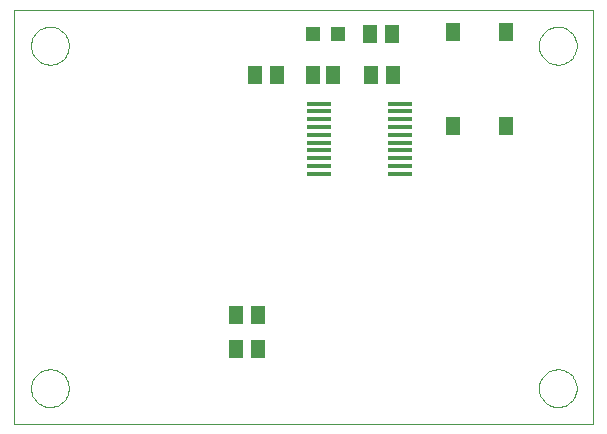
<source format=gtp>
G75*
%MOIN*%
%OFA0B0*%
%FSLAX24Y24*%
%IPPOS*%
%LPD*%
%AMOC8*
5,1,8,0,0,1.08239X$1,22.5*
%
%ADD10C,0.0000*%
%ADD11R,0.0810X0.0170*%
%ADD12R,0.0472X0.0472*%
%ADD13R,0.0512X0.0591*%
%ADD14R,0.0512X0.0610*%
D10*
X000100Y000550D02*
X000100Y014330D01*
X019391Y014330D01*
X019391Y000550D01*
X000100Y000550D01*
X000651Y001731D02*
X000653Y001781D01*
X000659Y001831D01*
X000669Y001880D01*
X000683Y001928D01*
X000700Y001975D01*
X000721Y002020D01*
X000746Y002064D01*
X000774Y002105D01*
X000806Y002144D01*
X000840Y002181D01*
X000877Y002215D01*
X000917Y002245D01*
X000959Y002272D01*
X001003Y002296D01*
X001049Y002317D01*
X001096Y002333D01*
X001144Y002346D01*
X001194Y002355D01*
X001243Y002360D01*
X001294Y002361D01*
X001344Y002358D01*
X001393Y002351D01*
X001442Y002340D01*
X001490Y002325D01*
X001536Y002307D01*
X001581Y002285D01*
X001624Y002259D01*
X001665Y002230D01*
X001704Y002198D01*
X001740Y002163D01*
X001772Y002125D01*
X001802Y002085D01*
X001829Y002042D01*
X001852Y001998D01*
X001871Y001952D01*
X001887Y001904D01*
X001899Y001855D01*
X001907Y001806D01*
X001911Y001756D01*
X001911Y001706D01*
X001907Y001656D01*
X001899Y001607D01*
X001887Y001558D01*
X001871Y001510D01*
X001852Y001464D01*
X001829Y001420D01*
X001802Y001377D01*
X001772Y001337D01*
X001740Y001299D01*
X001704Y001264D01*
X001665Y001232D01*
X001624Y001203D01*
X001581Y001177D01*
X001536Y001155D01*
X001490Y001137D01*
X001442Y001122D01*
X001393Y001111D01*
X001344Y001104D01*
X001294Y001101D01*
X001243Y001102D01*
X001194Y001107D01*
X001144Y001116D01*
X001096Y001129D01*
X001049Y001145D01*
X001003Y001166D01*
X000959Y001190D01*
X000917Y001217D01*
X000877Y001247D01*
X000840Y001281D01*
X000806Y001318D01*
X000774Y001357D01*
X000746Y001398D01*
X000721Y001442D01*
X000700Y001487D01*
X000683Y001534D01*
X000669Y001582D01*
X000659Y001631D01*
X000653Y001681D01*
X000651Y001731D01*
X000651Y013148D02*
X000653Y013198D01*
X000659Y013248D01*
X000669Y013297D01*
X000683Y013345D01*
X000700Y013392D01*
X000721Y013437D01*
X000746Y013481D01*
X000774Y013522D01*
X000806Y013561D01*
X000840Y013598D01*
X000877Y013632D01*
X000917Y013662D01*
X000959Y013689D01*
X001003Y013713D01*
X001049Y013734D01*
X001096Y013750D01*
X001144Y013763D01*
X001194Y013772D01*
X001243Y013777D01*
X001294Y013778D01*
X001344Y013775D01*
X001393Y013768D01*
X001442Y013757D01*
X001490Y013742D01*
X001536Y013724D01*
X001581Y013702D01*
X001624Y013676D01*
X001665Y013647D01*
X001704Y013615D01*
X001740Y013580D01*
X001772Y013542D01*
X001802Y013502D01*
X001829Y013459D01*
X001852Y013415D01*
X001871Y013369D01*
X001887Y013321D01*
X001899Y013272D01*
X001907Y013223D01*
X001911Y013173D01*
X001911Y013123D01*
X001907Y013073D01*
X001899Y013024D01*
X001887Y012975D01*
X001871Y012927D01*
X001852Y012881D01*
X001829Y012837D01*
X001802Y012794D01*
X001772Y012754D01*
X001740Y012716D01*
X001704Y012681D01*
X001665Y012649D01*
X001624Y012620D01*
X001581Y012594D01*
X001536Y012572D01*
X001490Y012554D01*
X001442Y012539D01*
X001393Y012528D01*
X001344Y012521D01*
X001294Y012518D01*
X001243Y012519D01*
X001194Y012524D01*
X001144Y012533D01*
X001096Y012546D01*
X001049Y012562D01*
X001003Y012583D01*
X000959Y012607D01*
X000917Y012634D01*
X000877Y012664D01*
X000840Y012698D01*
X000806Y012735D01*
X000774Y012774D01*
X000746Y012815D01*
X000721Y012859D01*
X000700Y012904D01*
X000683Y012951D01*
X000669Y012999D01*
X000659Y013048D01*
X000653Y013098D01*
X000651Y013148D01*
X017580Y013148D02*
X017582Y013198D01*
X017588Y013248D01*
X017598Y013297D01*
X017612Y013345D01*
X017629Y013392D01*
X017650Y013437D01*
X017675Y013481D01*
X017703Y013522D01*
X017735Y013561D01*
X017769Y013598D01*
X017806Y013632D01*
X017846Y013662D01*
X017888Y013689D01*
X017932Y013713D01*
X017978Y013734D01*
X018025Y013750D01*
X018073Y013763D01*
X018123Y013772D01*
X018172Y013777D01*
X018223Y013778D01*
X018273Y013775D01*
X018322Y013768D01*
X018371Y013757D01*
X018419Y013742D01*
X018465Y013724D01*
X018510Y013702D01*
X018553Y013676D01*
X018594Y013647D01*
X018633Y013615D01*
X018669Y013580D01*
X018701Y013542D01*
X018731Y013502D01*
X018758Y013459D01*
X018781Y013415D01*
X018800Y013369D01*
X018816Y013321D01*
X018828Y013272D01*
X018836Y013223D01*
X018840Y013173D01*
X018840Y013123D01*
X018836Y013073D01*
X018828Y013024D01*
X018816Y012975D01*
X018800Y012927D01*
X018781Y012881D01*
X018758Y012837D01*
X018731Y012794D01*
X018701Y012754D01*
X018669Y012716D01*
X018633Y012681D01*
X018594Y012649D01*
X018553Y012620D01*
X018510Y012594D01*
X018465Y012572D01*
X018419Y012554D01*
X018371Y012539D01*
X018322Y012528D01*
X018273Y012521D01*
X018223Y012518D01*
X018172Y012519D01*
X018123Y012524D01*
X018073Y012533D01*
X018025Y012546D01*
X017978Y012562D01*
X017932Y012583D01*
X017888Y012607D01*
X017846Y012634D01*
X017806Y012664D01*
X017769Y012698D01*
X017735Y012735D01*
X017703Y012774D01*
X017675Y012815D01*
X017650Y012859D01*
X017629Y012904D01*
X017612Y012951D01*
X017598Y012999D01*
X017588Y013048D01*
X017582Y013098D01*
X017580Y013148D01*
X017580Y001731D02*
X017582Y001781D01*
X017588Y001831D01*
X017598Y001880D01*
X017612Y001928D01*
X017629Y001975D01*
X017650Y002020D01*
X017675Y002064D01*
X017703Y002105D01*
X017735Y002144D01*
X017769Y002181D01*
X017806Y002215D01*
X017846Y002245D01*
X017888Y002272D01*
X017932Y002296D01*
X017978Y002317D01*
X018025Y002333D01*
X018073Y002346D01*
X018123Y002355D01*
X018172Y002360D01*
X018223Y002361D01*
X018273Y002358D01*
X018322Y002351D01*
X018371Y002340D01*
X018419Y002325D01*
X018465Y002307D01*
X018510Y002285D01*
X018553Y002259D01*
X018594Y002230D01*
X018633Y002198D01*
X018669Y002163D01*
X018701Y002125D01*
X018731Y002085D01*
X018758Y002042D01*
X018781Y001998D01*
X018800Y001952D01*
X018816Y001904D01*
X018828Y001855D01*
X018836Y001806D01*
X018840Y001756D01*
X018840Y001706D01*
X018836Y001656D01*
X018828Y001607D01*
X018816Y001558D01*
X018800Y001510D01*
X018781Y001464D01*
X018758Y001420D01*
X018731Y001377D01*
X018701Y001337D01*
X018669Y001299D01*
X018633Y001264D01*
X018594Y001232D01*
X018553Y001203D01*
X018510Y001177D01*
X018465Y001155D01*
X018419Y001137D01*
X018371Y001122D01*
X018322Y001111D01*
X018273Y001104D01*
X018223Y001101D01*
X018172Y001102D01*
X018123Y001107D01*
X018073Y001116D01*
X018025Y001129D01*
X017978Y001145D01*
X017932Y001166D01*
X017888Y001190D01*
X017846Y001217D01*
X017806Y001247D01*
X017769Y001281D01*
X017735Y001318D01*
X017703Y001357D01*
X017675Y001398D01*
X017650Y001442D01*
X017629Y001487D01*
X017612Y001534D01*
X017598Y001582D01*
X017588Y001631D01*
X017582Y001681D01*
X017580Y001731D01*
D11*
X012950Y008880D03*
X012950Y009140D03*
X012950Y009400D03*
X012950Y009660D03*
X012950Y009920D03*
X012950Y010180D03*
X012950Y010440D03*
X012950Y010700D03*
X012950Y010960D03*
X012950Y011220D03*
X010250Y011220D03*
X010250Y010960D03*
X010250Y010700D03*
X010250Y010440D03*
X010250Y010180D03*
X010250Y009920D03*
X010250Y009660D03*
X010250Y009400D03*
X010250Y009140D03*
X010250Y008880D03*
D12*
X010048Y013550D03*
X010875Y013550D03*
D13*
X011948Y013550D03*
X012696Y013550D03*
X012724Y012175D03*
X011976Y012175D03*
X010726Y012175D03*
X010057Y012175D03*
X008863Y012163D03*
X008115Y012163D03*
X008224Y004175D03*
X007476Y004175D03*
X007476Y003050D03*
X008224Y003050D03*
D14*
X014714Y010485D03*
X016486Y010485D03*
X016486Y013615D03*
X014714Y013615D03*
M02*

</source>
